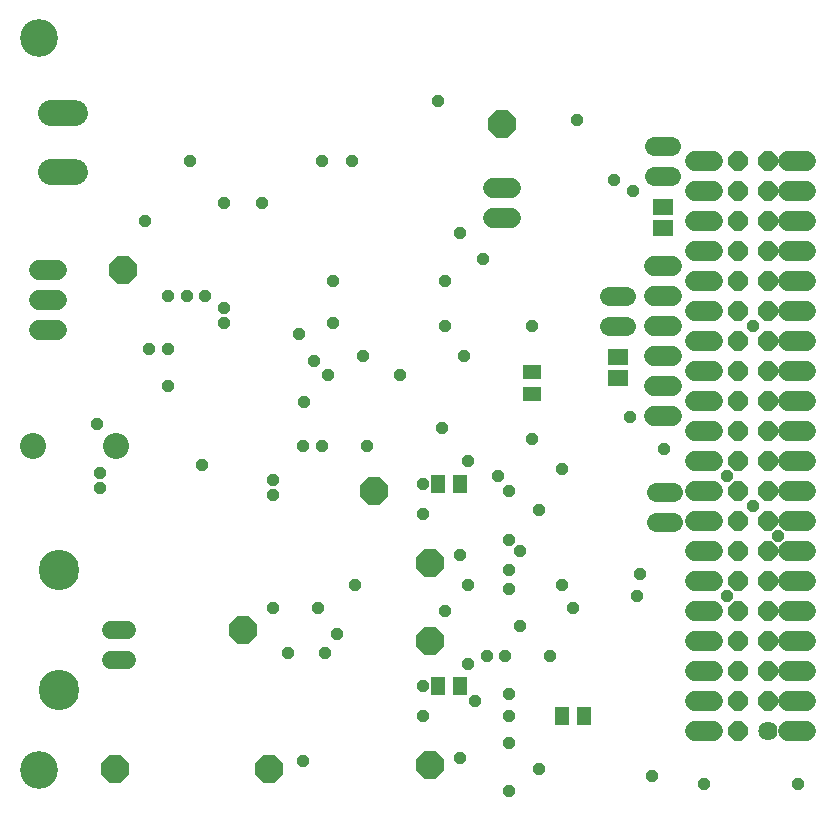
<source format=gbr>
G04 EAGLE Gerber RS-274X export*
G75*
%MOMM*%
%FSLAX34Y34*%
%LPD*%
%INSoldermask Bottom*%
%IPPOS*%
%AMOC8*
5,1,8,0,0,1.08239X$1,22.5*%
G01*
G04 Define Apertures*
%ADD10C,3.203200*%
%ADD11C,1.625600*%
%ADD12P,1.75953X8X112.5*%
%ADD13C,1.625600*%
%ADD14C,1.727200*%
%ADD15C,1.511200*%
%ADD16C,3.419200*%
%ADD17P,2.55682X8X22.5*%
%ADD18C,2.184400*%
%ADD19C,2.203200*%
%ADD20R,1.668500X1.367800*%
%ADD21R,1.234400X1.623400*%
%ADD22R,1.623400X1.234400*%
%ADD23P,1.03866X8X22.5*%
D10*
X40000Y660000D03*
X40000Y40000D03*
D11*
X657225Y73025D03*
D12*
X631825Y73025D03*
X657225Y98425D03*
X631825Y98425D03*
X657225Y123825D03*
X631825Y123825D03*
X657225Y149225D03*
X631825Y149225D03*
X657225Y174625D03*
X631825Y174625D03*
X657225Y200025D03*
X631825Y200025D03*
X657225Y225425D03*
X631825Y225425D03*
X657225Y250825D03*
X631825Y250825D03*
X657225Y276225D03*
X631825Y276225D03*
X657225Y301625D03*
X631825Y301625D03*
X657225Y327025D03*
X631825Y327025D03*
X657225Y352425D03*
X631825Y352425D03*
X657225Y377825D03*
X631825Y377825D03*
X631825Y403225D03*
X657225Y403225D03*
X631825Y428625D03*
X657225Y428625D03*
X631825Y454025D03*
X657225Y454025D03*
X657225Y479425D03*
X631825Y479425D03*
X631825Y504825D03*
X657225Y504825D03*
X657225Y530225D03*
X631825Y530225D03*
X657225Y555625D03*
X631825Y555625D03*
D13*
X537337Y415925D02*
X523113Y415925D01*
X523113Y441325D02*
X537337Y441325D01*
D14*
X560705Y339725D02*
X575945Y339725D01*
X575945Y365125D02*
X560705Y365125D01*
X560705Y390525D02*
X575945Y390525D01*
X575945Y415925D02*
X560705Y415925D01*
X560705Y441325D02*
X575945Y441325D01*
X575945Y466725D02*
X560705Y466725D01*
D15*
X114490Y133350D02*
X101410Y133350D01*
X101410Y158750D02*
X114490Y158750D01*
D16*
X57150Y107950D03*
X57150Y209550D03*
D17*
X212725Y158750D03*
D14*
X595630Y73025D02*
X610870Y73025D01*
X610870Y98425D02*
X595630Y98425D01*
X595630Y123825D02*
X610870Y123825D01*
X610870Y149225D02*
X595630Y149225D01*
X595630Y174625D02*
X610870Y174625D01*
X610870Y200025D02*
X595630Y200025D01*
X595630Y225425D02*
X610870Y225425D01*
X610870Y250825D02*
X595630Y250825D01*
X595630Y276225D02*
X610870Y276225D01*
X610870Y301625D02*
X595630Y301625D01*
X595630Y327025D02*
X610870Y327025D01*
X610870Y352425D02*
X595630Y352425D01*
X595630Y377825D02*
X610870Y377825D01*
X610870Y403225D02*
X595630Y403225D01*
X595630Y428625D02*
X610870Y428625D01*
X610870Y454025D02*
X595630Y454025D01*
X595630Y479425D02*
X610870Y479425D01*
X610870Y504825D02*
X595630Y504825D01*
X595630Y530225D02*
X610870Y530225D01*
X610870Y555625D02*
X595630Y555625D01*
X674370Y73025D02*
X689610Y73025D01*
X689610Y98425D02*
X674370Y98425D01*
X674370Y123825D02*
X689610Y123825D01*
X689610Y149225D02*
X674370Y149225D01*
X674370Y174625D02*
X689610Y174625D01*
X689610Y200025D02*
X674370Y200025D01*
X674370Y225425D02*
X689610Y225425D01*
X689610Y250825D02*
X674370Y250825D01*
X674370Y276225D02*
X689610Y276225D01*
X689610Y301625D02*
X674370Y301625D01*
X674370Y327025D02*
X689610Y327025D01*
X689610Y352425D02*
X674370Y352425D01*
X674370Y377825D02*
X689610Y377825D01*
X689610Y403225D02*
X674370Y403225D01*
X674370Y428625D02*
X689610Y428625D01*
X689610Y454025D02*
X674370Y454025D01*
X674370Y479425D02*
X689610Y479425D01*
X689610Y504825D02*
X674370Y504825D01*
X674370Y530225D02*
X689610Y530225D01*
X689610Y555625D02*
X674370Y555625D01*
D13*
X576707Y250190D02*
X562483Y250190D01*
X562483Y275590D02*
X576707Y275590D01*
D18*
X70231Y596646D02*
X50419Y596646D01*
X50419Y546354D02*
X70231Y546354D01*
D14*
X424180Y533400D02*
X439420Y533400D01*
X439420Y508000D02*
X424180Y508000D01*
D13*
X561213Y542925D02*
X575437Y542925D01*
X575437Y568325D02*
X561213Y568325D01*
D19*
X35000Y314325D03*
X105000Y314325D03*
D14*
X55245Y463550D02*
X40005Y463550D01*
X40005Y438150D02*
X55245Y438150D01*
X55245Y412750D02*
X40005Y412750D01*
D17*
X371475Y215900D03*
X371475Y44450D03*
X323850Y276225D03*
X234950Y41275D03*
X371475Y149225D03*
D20*
X568325Y499246D03*
X568325Y516754D03*
X530225Y372246D03*
X530225Y389754D03*
D17*
X431800Y587375D03*
X104775Y41275D03*
X111125Y463550D03*
D21*
X378155Y282575D03*
X396545Y282575D03*
X378155Y111125D03*
X396545Y111125D03*
X482930Y85725D03*
X501320Y85725D03*
D22*
X457200Y359105D03*
X457200Y377495D03*
D23*
X603250Y28575D03*
X228600Y520700D03*
X168275Y555625D03*
X130175Y504819D03*
X263525Y47625D03*
X279400Y555625D03*
X304800Y555625D03*
X396875Y495300D03*
X365125Y282575D03*
X365125Y257175D03*
X438150Y234950D03*
X438150Y63500D03*
X365125Y111125D03*
X365125Y85725D03*
X384175Y174625D03*
X276225Y177800D03*
X250825Y139700D03*
X196850Y520700D03*
X273050Y386543D03*
X284943Y374650D03*
X473075Y136525D03*
X438150Y22225D03*
X438150Y193675D03*
X384175Y415925D03*
X346075Y374650D03*
X288925Y419100D03*
X165100Y441325D03*
X196850Y431800D03*
X263525Y314325D03*
X238125Y285750D03*
X260350Y409575D03*
X540623Y339471D03*
X377825Y606425D03*
X317500Y314325D03*
X177800Y298450D03*
X396875Y50800D03*
X682625Y28575D03*
X644525Y415925D03*
X381000Y330200D03*
X384175Y454025D03*
X133350Y396875D03*
X428625Y288925D03*
X419100Y136525D03*
X396875Y222250D03*
X92075Y292100D03*
X644525Y263525D03*
X666115Y238760D03*
X434975Y136525D03*
X495300Y590550D03*
X569595Y312420D03*
X447675Y161925D03*
X415925Y472745D03*
X307975Y196850D03*
X238125Y177800D03*
X403225Y196850D03*
X403225Y130175D03*
X463550Y41275D03*
X409575Y98425D03*
X403225Y301625D03*
X88900Y333375D03*
X92075Y279400D03*
X149225Y365125D03*
X149225Y396875D03*
X149225Y441325D03*
X264795Y351790D03*
X180975Y441325D03*
X279400Y314325D03*
X196850Y419100D03*
X527050Y539750D03*
X542925Y530225D03*
X238125Y273050D03*
X288925Y454025D03*
X314325Y390525D03*
X400050Y390525D03*
X292100Y155575D03*
X282575Y139700D03*
X482600Y196850D03*
X438150Y209550D03*
X492125Y177800D03*
X622300Y288925D03*
X457200Y415925D03*
X438150Y276225D03*
X463550Y260350D03*
X482600Y295275D03*
X622300Y187325D03*
X546100Y187325D03*
X438150Y104814D03*
X558800Y34925D03*
X549275Y206375D03*
X447675Y225425D03*
X438150Y85725D03*
X457200Y320675D03*
M02*

</source>
